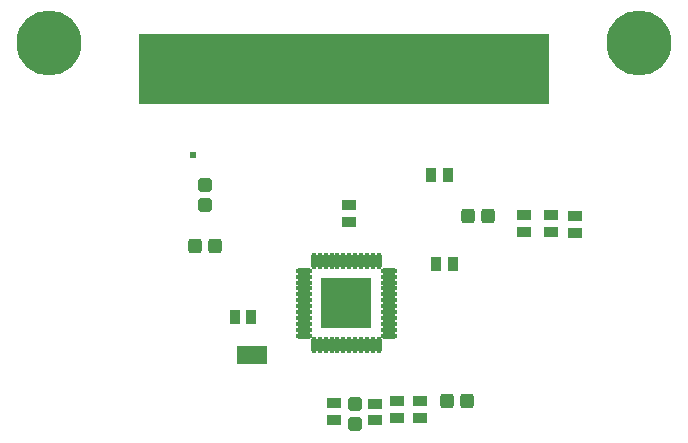
<source format=gts>
G04*
G04 #@! TF.GenerationSoftware,Altium Limited,Altium Designer,22.7.1 (60)*
G04*
G04 Layer_Color=8388736*
%FSLAX25Y25*%
%MOIN*%
G70*
G04*
G04 #@! TF.SameCoordinates,6B1A839A-61CB-4D6D-ABE2-456D9947CFF6*
G04*
G04*
G04 #@! TF.FilePolarity,Negative*
G04*
G01*
G75*
%ADD27R,0.10236X0.06299*%
%ADD28R,1.37008X0.23524*%
G04:AMPARAMS|DCode=29|XSize=47.37mil|YSize=43.43mil|CornerRadius=8.43mil|HoleSize=0mil|Usage=FLASHONLY|Rotation=270.000|XOffset=0mil|YOffset=0mil|HoleType=Round|Shape=RoundedRectangle|*
%AMROUNDEDRECTD29*
21,1,0.04737,0.02657,0,0,270.0*
21,1,0.03051,0.04343,0,0,270.0*
1,1,0.01686,-0.01329,-0.01526*
1,1,0.01686,-0.01329,0.01526*
1,1,0.01686,0.01329,0.01526*
1,1,0.01686,0.01329,-0.01526*
%
%ADD29ROUNDEDRECTD29*%
%ADD30R,0.03300X0.05800*%
%ADD31O,0.01784X0.05524*%
G04:AMPARAMS|DCode=32|XSize=47.37mil|YSize=43.43mil|CornerRadius=8.43mil|HoleSize=0mil|Usage=FLASHONLY|Rotation=0.000|XOffset=0mil|YOffset=0mil|HoleType=Round|Shape=RoundedRectangle|*
%AMROUNDEDRECTD32*
21,1,0.04737,0.02657,0,0,0.0*
21,1,0.03051,0.04343,0,0,0.0*
1,1,0.01686,0.01526,-0.01329*
1,1,0.01686,-0.01526,-0.01329*
1,1,0.01686,-0.01526,0.01329*
1,1,0.01686,0.01526,0.01329*
%
%ADD32ROUNDEDRECTD32*%
%ADD33R,0.03556X0.17335*%
%ADD34O,0.05524X0.01784*%
%ADD35R,0.16942X0.16942*%
%ADD36R,0.04540X0.03753*%
%ADD37R,0.03753X0.04540*%
%ADD38R,0.03556X0.17335*%
%ADD39C,0.21666*%
%ADD40C,0.02200*%
%ADD41C,0.02400*%
%ADD42C,0.03200*%
D27*
X394565Y286163D02*
D03*
D28*
X425295Y381456D02*
D03*
D29*
X375654Y322669D02*
D03*
X382347D02*
D03*
X466347Y270756D02*
D03*
X459654D02*
D03*
X466653Y332500D02*
D03*
X473347D02*
D03*
D30*
X391368Y286163D02*
D03*
X394611D02*
D03*
X397856D02*
D03*
D31*
X425016Y289425D02*
D03*
X436827Y317575D02*
D03*
X434858D02*
D03*
X432890D02*
D03*
X430921D02*
D03*
X428953D02*
D03*
X426984D02*
D03*
X425016D02*
D03*
X423047D02*
D03*
X421079D02*
D03*
X419110D02*
D03*
X417142D02*
D03*
X415173D02*
D03*
Y289425D02*
D03*
X417142D02*
D03*
X419110D02*
D03*
X421079D02*
D03*
X423047D02*
D03*
X426984D02*
D03*
X428953D02*
D03*
X430921D02*
D03*
X432890D02*
D03*
X434858D02*
D03*
X436827D02*
D03*
D32*
X428953Y269847D02*
D03*
X379000Y342834D02*
D03*
Y336141D02*
D03*
X428953Y263154D02*
D03*
D33*
X387894Y378454D02*
D03*
X380020D02*
D03*
X399705D02*
D03*
X372146D02*
D03*
X391831D02*
D03*
X383957D02*
D03*
X376083D02*
D03*
X368209D02*
D03*
X395768D02*
D03*
X411516D02*
D03*
X407579D02*
D03*
X403642D02*
D03*
X360335D02*
D03*
X490256D02*
D03*
X486319D02*
D03*
X458760D02*
D03*
X470571D02*
D03*
X482382D02*
D03*
X462697D02*
D03*
X478445D02*
D03*
X474508D02*
D03*
X466634D02*
D03*
X454823D02*
D03*
X450886D02*
D03*
X435138D02*
D03*
X415453D02*
D03*
X431201D02*
D03*
X423327D02*
D03*
X427264D02*
D03*
X439075D02*
D03*
D34*
X440075Y292673D02*
D03*
Y294642D02*
D03*
Y296610D02*
D03*
Y298579D02*
D03*
Y300547D02*
D03*
Y302516D02*
D03*
Y304484D02*
D03*
Y306453D02*
D03*
Y308421D02*
D03*
Y310390D02*
D03*
Y312358D02*
D03*
Y314327D02*
D03*
X411925D02*
D03*
Y312358D02*
D03*
Y310390D02*
D03*
Y308421D02*
D03*
Y306453D02*
D03*
Y304484D02*
D03*
Y302516D02*
D03*
Y300547D02*
D03*
Y298579D02*
D03*
Y296610D02*
D03*
Y294642D02*
D03*
Y292673D02*
D03*
D35*
X426000Y303500D02*
D03*
D36*
X502319Y332500D02*
D03*
Y326988D02*
D03*
X494319Y332756D02*
D03*
Y327244D02*
D03*
X485319Y332756D02*
D03*
Y327244D02*
D03*
X450500Y265244D02*
D03*
Y270756D02*
D03*
X443000Y265244D02*
D03*
Y270756D02*
D03*
X427000Y330744D02*
D03*
Y336256D02*
D03*
X422000Y270256D02*
D03*
Y264744D02*
D03*
X435719Y264462D02*
D03*
Y269973D02*
D03*
D37*
X454365Y346296D02*
D03*
X459877D02*
D03*
X461516Y316500D02*
D03*
X456004D02*
D03*
X388744Y299000D02*
D03*
X394256D02*
D03*
D38*
X364272Y378454D02*
D03*
X419390D02*
D03*
D39*
X326870Y390265D02*
D03*
X523721D02*
D03*
D40*
X332683Y384452D02*
D03*
X335091Y390265D02*
D03*
X332683Y396078D02*
D03*
X326870Y398486D02*
D03*
D03*
X321057Y396078D02*
D03*
X318649Y390265D02*
D03*
X321057Y384452D02*
D03*
X326870Y382045D02*
D03*
X529533Y384452D02*
D03*
X531941Y390265D02*
D03*
X529533Y396078D02*
D03*
X523721Y398486D02*
D03*
D03*
X517907Y396078D02*
D03*
X515500Y390265D02*
D03*
X517907Y384452D02*
D03*
X523721Y382045D02*
D03*
D41*
X375000Y352815D02*
D03*
D42*
X419504Y309996D02*
D03*
X423835D02*
D03*
X428165D02*
D03*
X432496D02*
D03*
X419504Y305665D02*
D03*
X423835D02*
D03*
X428165D02*
D03*
X432496D02*
D03*
X419504Y301335D02*
D03*
X423835D02*
D03*
X428165D02*
D03*
X432496D02*
D03*
X419504Y297004D02*
D03*
X423835D02*
D03*
X428165D02*
D03*
X432496D02*
D03*
M02*

</source>
